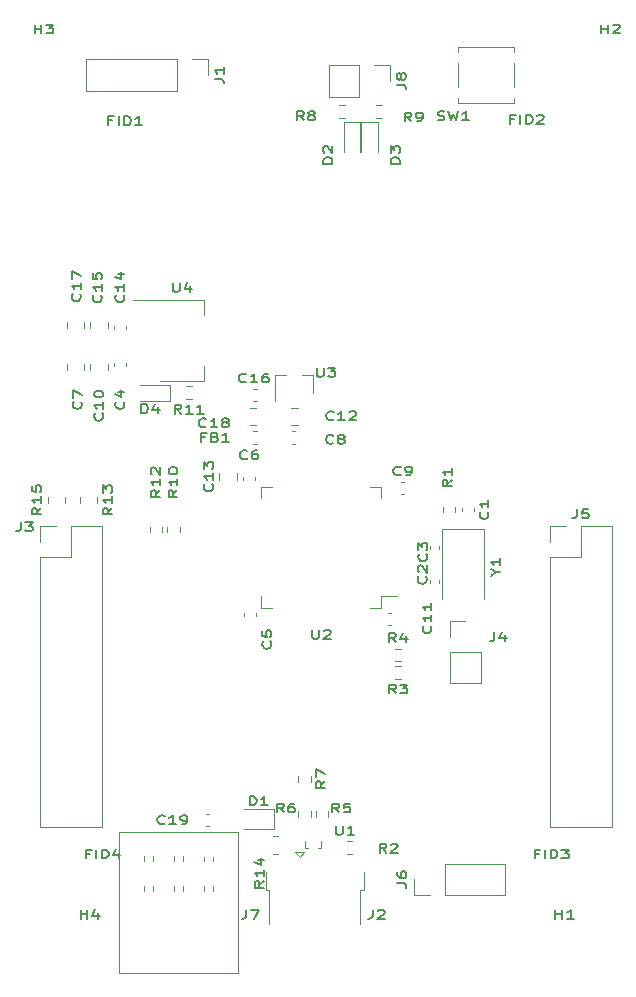
<source format=gbr>
%TF.GenerationSoftware,KiCad,Pcbnew,(5.1.9)-1*%
%TF.CreationDate,2021-05-10T15:41:27+02:00*%
%TF.ProjectId,STM32_Launchpad_v1r1,53544d33-325f-44c6-9175-6e6368706164,rev?*%
%TF.SameCoordinates,Original*%
%TF.FileFunction,Legend,Top*%
%TF.FilePolarity,Positive*%
%FSLAX46Y46*%
G04 Gerber Fmt 4.6, Leading zero omitted, Abs format (unit mm)*
G04 Created by KiCad (PCBNEW (5.1.9)-1) date 2021-05-10 15:41:27*
%MOMM*%
%LPD*%
G01*
G04 APERTURE LIST*
%ADD10C,0.120000*%
%ADD11C,0.182500*%
G04 APERTURE END LIST*
D10*
%TO.C,U2*%
X92110000Y-102160000D02*
X93450000Y-102160000D01*
X92110000Y-103110000D02*
X92110000Y-102160000D01*
X91160000Y-103110000D02*
X92110000Y-103110000D01*
X81890000Y-103110000D02*
X81890000Y-102160000D01*
X82840000Y-103110000D02*
X81890000Y-103110000D01*
X92110000Y-92890000D02*
X92110000Y-93840000D01*
X91160000Y-92890000D02*
X92110000Y-92890000D01*
X81890000Y-92890000D02*
X81890000Y-93840000D01*
X82840000Y-92890000D02*
X81890000Y-92890000D01*
%TO.C,U4*%
X71100000Y-77090000D02*
X77110000Y-77090000D01*
X73350000Y-83910000D02*
X77110000Y-83910000D01*
X77110000Y-77090000D02*
X77110000Y-78350000D01*
X77110000Y-83910000D02*
X77110000Y-82650000D01*
%TO.C,D1*%
X83000000Y-121850000D02*
X80450000Y-121850000D01*
X83000000Y-120150000D02*
X80450000Y-120150000D01*
X83000000Y-121850000D02*
X83000000Y-120150000D01*
%TO.C,J5*%
X106390000Y-96190000D02*
X107720000Y-96190000D01*
X106390000Y-97520000D02*
X106390000Y-96190000D01*
X108990000Y-96190000D02*
X111590000Y-96190000D01*
X108990000Y-98790000D02*
X108990000Y-96190000D01*
X106390000Y-98790000D02*
X108990000Y-98790000D01*
X111590000Y-96190000D02*
X111590000Y-121710000D01*
X106390000Y-98790000D02*
X106390000Y-121710000D01*
X106390000Y-121710000D02*
X111590000Y-121710000D01*
%TO.C,J8*%
X92830000Y-57170000D02*
X92830000Y-58500000D01*
X91500000Y-57170000D02*
X92830000Y-57170000D01*
X90230000Y-57170000D02*
X90230000Y-59830000D01*
X90230000Y-59830000D02*
X87630000Y-59830000D01*
X90230000Y-57170000D02*
X87630000Y-57170000D01*
X87630000Y-57170000D02*
X87630000Y-59830000D01*
%TO.C,J7*%
X72800000Y-126682929D02*
X72800000Y-127080000D01*
X75340000Y-124142929D02*
X75340000Y-124597071D01*
X72040000Y-124142929D02*
X72040000Y-124597071D01*
X72800000Y-124142929D02*
X72800000Y-124597071D01*
X72040000Y-126682929D02*
X72040000Y-127080000D01*
X74580000Y-124142929D02*
X74580000Y-124597071D01*
X74580000Y-126682929D02*
X74580000Y-127080000D01*
X75340000Y-126682929D02*
X75340000Y-127080000D01*
X77880000Y-126682929D02*
X77880000Y-127080000D01*
X77120000Y-126682929D02*
X77120000Y-127080000D01*
X77120000Y-124210000D02*
X77120000Y-124597071D01*
X77880000Y-124210000D02*
X77880000Y-124597071D01*
X80000000Y-134000000D02*
X69900000Y-134000000D01*
X80000000Y-134000000D02*
X80000000Y-122100000D01*
X80000000Y-122100000D02*
X69900000Y-122100000D01*
X69900000Y-122100000D02*
X69900000Y-134000000D01*
%TO.C,C19*%
X77540580Y-120590000D02*
X77259420Y-120590000D01*
X77540580Y-121610000D02*
X77259420Y-121610000D01*
%TO.C,C5*%
X81510000Y-103559420D02*
X81510000Y-103840580D01*
X80490000Y-103559420D02*
X80490000Y-103840580D01*
%TO.C,SW1*%
X98630000Y-55630000D02*
X103370000Y-55630000D01*
X98630000Y-55630000D02*
X98630000Y-56030000D01*
X103370000Y-55630000D02*
X103370000Y-56030000D01*
X98630000Y-60370000D02*
X98630000Y-59970000D01*
X98630000Y-60370000D02*
X103370000Y-60370000D01*
X103370000Y-60370000D02*
X103370000Y-59970000D01*
X103370000Y-59030000D02*
X103370000Y-56970000D01*
X98630000Y-59030000D02*
X98630000Y-56970000D01*
%TO.C,R13*%
X68035000Y-93772936D02*
X68035000Y-94227064D01*
X66565000Y-93772936D02*
X66565000Y-94227064D01*
%TO.C,R11*%
X76037258Y-85422500D02*
X75562742Y-85422500D01*
X76037258Y-84377500D02*
X75562742Y-84377500D01*
%TO.C,R9*%
X92137258Y-61622500D02*
X91662742Y-61622500D01*
X92137258Y-60577500D02*
X91662742Y-60577500D01*
%TO.C,R8*%
X88537742Y-60577500D02*
X89012258Y-60577500D01*
X88537742Y-61622500D02*
X89012258Y-61622500D01*
%TO.C,R7*%
X85077500Y-117837258D02*
X85077500Y-117362742D01*
X86122500Y-117837258D02*
X86122500Y-117362742D01*
%TO.C,R6*%
X86122500Y-120362742D02*
X86122500Y-120837258D01*
X85077500Y-120362742D02*
X85077500Y-120837258D01*
%TO.C,R5*%
X87622500Y-120337742D02*
X87622500Y-120812258D01*
X86577500Y-120337742D02*
X86577500Y-120812258D01*
%TO.C,R2*%
X89637258Y-123922500D02*
X89162742Y-123922500D01*
X89637258Y-122877500D02*
X89162742Y-122877500D01*
%TO.C,R12*%
X72477500Y-96737258D02*
X72477500Y-96262742D01*
X73522500Y-96737258D02*
X73522500Y-96262742D01*
%TO.C,R10*%
X73977500Y-96737258D02*
X73977500Y-96262742D01*
X75022500Y-96737258D02*
X75022500Y-96262742D01*
%TO.C,R14*%
X82885436Y-122465000D02*
X83339564Y-122465000D01*
X82885436Y-123935000D02*
X83339564Y-123935000D01*
%TO.C,R15*%
X63865000Y-94227064D02*
X63865000Y-93772936D01*
X65335000Y-94227064D02*
X65335000Y-93772936D01*
%TO.C,R4*%
X93262742Y-106577500D02*
X93737258Y-106577500D01*
X93262742Y-107622500D02*
X93737258Y-107622500D01*
%TO.C,R3*%
X93737258Y-109122500D02*
X93262742Y-109122500D01*
X93737258Y-108077500D02*
X93262742Y-108077500D01*
%TO.C,R1*%
X98322500Y-94562742D02*
X98322500Y-95037258D01*
X97277500Y-94562742D02*
X97277500Y-95037258D01*
%TO.C,FB1*%
X81562779Y-89210000D02*
X81237221Y-89210000D01*
X81562779Y-88190000D02*
X81237221Y-88190000D01*
%TO.C,D4*%
X71700000Y-85585000D02*
X74185000Y-85585000D01*
X74185000Y-85585000D02*
X74185000Y-84215000D01*
X74185000Y-84215000D02*
X71700000Y-84215000D01*
%TO.C,D3*%
X91785000Y-64487500D02*
X91785000Y-62002500D01*
X91785000Y-62002500D02*
X90415000Y-62002500D01*
X90415000Y-62002500D02*
X90415000Y-64487500D01*
%TO.C,D2*%
X90285000Y-64487500D02*
X90285000Y-62002500D01*
X90285000Y-62002500D02*
X88915000Y-62002500D01*
X88915000Y-62002500D02*
X88915000Y-64487500D01*
%TO.C,U1*%
X86950000Y-122900000D02*
X86950000Y-123450000D01*
X86950000Y-123450000D02*
X86750000Y-123450000D01*
X85650000Y-122900000D02*
X85650000Y-123450000D01*
X85650000Y-123450000D02*
X85850000Y-123450000D01*
%TO.C,J4*%
X97870000Y-104270000D02*
X99200000Y-104270000D01*
X97870000Y-105600000D02*
X97870000Y-104270000D01*
X97870000Y-106870000D02*
X100530000Y-106870000D01*
X100530000Y-106870000D02*
X100530000Y-109470000D01*
X97870000Y-106870000D02*
X97870000Y-109470000D01*
X97870000Y-109470000D02*
X100530000Y-109470000D01*
%TO.C,J6*%
X94870000Y-127430000D02*
X94870000Y-126100000D01*
X96200000Y-127430000D02*
X94870000Y-127430000D01*
X97470000Y-127430000D02*
X97470000Y-124770000D01*
X97470000Y-124770000D02*
X102610000Y-124770000D01*
X97470000Y-127430000D02*
X102610000Y-127430000D01*
X102610000Y-127430000D02*
X102610000Y-124770000D01*
%TO.C,J1*%
X77410000Y-56670000D02*
X77410000Y-58000000D01*
X76080000Y-56670000D02*
X77410000Y-56670000D01*
X74810000Y-56670000D02*
X74810000Y-59330000D01*
X74810000Y-59330000D02*
X67130000Y-59330000D01*
X74810000Y-56670000D02*
X67130000Y-56670000D01*
X67130000Y-56670000D02*
X67130000Y-59330000D01*
%TO.C,J2*%
X85175000Y-124250000D02*
X84775000Y-123800000D01*
X84775000Y-123800000D02*
X85575000Y-123800000D01*
X85575000Y-123800000D02*
X85175000Y-124250000D01*
X90325000Y-129850000D02*
X90325000Y-127050000D01*
X90325000Y-127050000D02*
X90625000Y-127050000D01*
X90625000Y-127050000D02*
X90625000Y-125500000D01*
X82625000Y-129850000D02*
X82625000Y-127050000D01*
X82325000Y-127050000D02*
X82625000Y-127050000D01*
X82325000Y-127050000D02*
X82325000Y-125500000D01*
%TO.C,Y1*%
X97200000Y-96450000D02*
X97200000Y-102350000D01*
X100800000Y-96450000D02*
X97200000Y-96450000D01*
X100800000Y-102350000D02*
X100800000Y-96450000D01*
%TO.C,U3*%
X86280000Y-83440000D02*
X86280000Y-84900000D01*
X83120000Y-83440000D02*
X83120000Y-85600000D01*
X83120000Y-83440000D02*
X84050000Y-83440000D01*
X86280000Y-83440000D02*
X85350000Y-83440000D01*
%TO.C,J3*%
X63210000Y-96190000D02*
X64540000Y-96190000D01*
X63210000Y-97520000D02*
X63210000Y-96190000D01*
X65810000Y-96190000D02*
X68410000Y-96190000D01*
X65810000Y-98790000D02*
X65810000Y-96190000D01*
X63210000Y-98790000D02*
X65810000Y-98790000D01*
X68410000Y-96190000D02*
X68410000Y-121710000D01*
X63210000Y-98790000D02*
X63210000Y-121710000D01*
X63210000Y-121710000D02*
X68410000Y-121710000D01*
%TO.C,C17*%
X66935000Y-79461252D02*
X66935000Y-78938748D01*
X65465000Y-79461252D02*
X65465000Y-78938748D01*
%TO.C,C18*%
X81461252Y-86165000D02*
X80938748Y-86165000D01*
X81461252Y-87635000D02*
X80938748Y-87635000D01*
%TO.C,C15*%
X68935000Y-79461252D02*
X68935000Y-78938748D01*
X67465000Y-79461252D02*
X67465000Y-78938748D01*
%TO.C,C16*%
X81540580Y-84590000D02*
X81259420Y-84590000D01*
X81540580Y-85610000D02*
X81259420Y-85610000D01*
%TO.C,C14*%
X70510000Y-79515580D02*
X70510000Y-79234420D01*
X69490000Y-79515580D02*
X69490000Y-79234420D01*
%TO.C,C13*%
X79835000Y-92261252D02*
X79835000Y-91738748D01*
X78365000Y-92261252D02*
X78365000Y-91738748D01*
%TO.C,C11*%
X92659420Y-104610000D02*
X92940580Y-104610000D01*
X92659420Y-103590000D02*
X92940580Y-103590000D01*
%TO.C,C12*%
X85011252Y-86165000D02*
X84488748Y-86165000D01*
X85011252Y-87635000D02*
X84488748Y-87635000D01*
%TO.C,C10*%
X67465000Y-82438748D02*
X67465000Y-82961252D01*
X68935000Y-82438748D02*
X68935000Y-82961252D01*
%TO.C,C9*%
X93759420Y-93510000D02*
X94040580Y-93510000D01*
X93759420Y-92490000D02*
X94040580Y-92490000D01*
%TO.C,C8*%
X84815580Y-88190000D02*
X84534420Y-88190000D01*
X84815580Y-89210000D02*
X84534420Y-89210000D01*
%TO.C,C7*%
X65465000Y-82438748D02*
X65465000Y-82961252D01*
X66935000Y-82438748D02*
X66935000Y-82961252D01*
%TO.C,C6*%
X81410000Y-92340580D02*
X81410000Y-92059420D01*
X80390000Y-92340580D02*
X80390000Y-92059420D01*
%TO.C,C4*%
X69490000Y-82359420D02*
X69490000Y-82640580D01*
X70510000Y-82359420D02*
X70510000Y-82640580D01*
%TO.C,C3*%
X96960000Y-98107836D02*
X96960000Y-97892164D01*
X96240000Y-98107836D02*
X96240000Y-97892164D01*
%TO.C,C2*%
X96240000Y-100792164D02*
X96240000Y-101007836D01*
X96960000Y-100792164D02*
X96960000Y-101007836D01*
%TO.C,C1*%
X98890000Y-94659420D02*
X98890000Y-94940580D01*
X99910000Y-94659420D02*
X99910000Y-94940580D01*
%TO.C,U2*%
D11*
X86238095Y-104989285D02*
X86238095Y-105596428D01*
X86285714Y-105667857D01*
X86333333Y-105703571D01*
X86428571Y-105739285D01*
X86619047Y-105739285D01*
X86714285Y-105703571D01*
X86761904Y-105667857D01*
X86809523Y-105596428D01*
X86809523Y-104989285D01*
X87238095Y-105060714D02*
X87285714Y-105025000D01*
X87380952Y-104989285D01*
X87619047Y-104989285D01*
X87714285Y-105025000D01*
X87761904Y-105060714D01*
X87809523Y-105132142D01*
X87809523Y-105203571D01*
X87761904Y-105310714D01*
X87190476Y-105739285D01*
X87809523Y-105739285D01*
%TO.C,U4*%
X74438095Y-75589285D02*
X74438095Y-76196428D01*
X74485714Y-76267857D01*
X74533333Y-76303571D01*
X74628571Y-76339285D01*
X74819047Y-76339285D01*
X74914285Y-76303571D01*
X74961904Y-76267857D01*
X75009523Y-76196428D01*
X75009523Y-75589285D01*
X75914285Y-75839285D02*
X75914285Y-76339285D01*
X75676190Y-75553571D02*
X75438095Y-76089285D01*
X76057142Y-76089285D01*
%TO.C,D1*%
X80961904Y-119839285D02*
X80961904Y-119089285D01*
X81200000Y-119089285D01*
X81342857Y-119125000D01*
X81438095Y-119196428D01*
X81485714Y-119267857D01*
X81533333Y-119410714D01*
X81533333Y-119517857D01*
X81485714Y-119660714D01*
X81438095Y-119732142D01*
X81342857Y-119803571D01*
X81200000Y-119839285D01*
X80961904Y-119839285D01*
X82485714Y-119839285D02*
X81914285Y-119839285D01*
X82200000Y-119839285D02*
X82200000Y-119089285D01*
X82104761Y-119196428D01*
X82009523Y-119267857D01*
X81914285Y-119303571D01*
%TO.C,J5*%
X108656666Y-94779285D02*
X108656666Y-95315000D01*
X108609047Y-95422142D01*
X108513809Y-95493571D01*
X108370952Y-95529285D01*
X108275714Y-95529285D01*
X109609047Y-94779285D02*
X109132857Y-94779285D01*
X109085238Y-95136428D01*
X109132857Y-95100714D01*
X109228095Y-95065000D01*
X109466190Y-95065000D01*
X109561428Y-95100714D01*
X109609047Y-95136428D01*
X109656666Y-95207857D01*
X109656666Y-95386428D01*
X109609047Y-95457857D01*
X109561428Y-95493571D01*
X109466190Y-95529285D01*
X109228095Y-95529285D01*
X109132857Y-95493571D01*
X109085238Y-95457857D01*
%TO.C,J8*%
X93419285Y-58833333D02*
X93955000Y-58833333D01*
X94062142Y-58880952D01*
X94133571Y-58976190D01*
X94169285Y-59119047D01*
X94169285Y-59214285D01*
X93740714Y-58214285D02*
X93705000Y-58309523D01*
X93669285Y-58357142D01*
X93597857Y-58404761D01*
X93562142Y-58404761D01*
X93490714Y-58357142D01*
X93455000Y-58309523D01*
X93419285Y-58214285D01*
X93419285Y-58023809D01*
X93455000Y-57928571D01*
X93490714Y-57880952D01*
X93562142Y-57833333D01*
X93597857Y-57833333D01*
X93669285Y-57880952D01*
X93705000Y-57928571D01*
X93740714Y-58023809D01*
X93740714Y-58214285D01*
X93776428Y-58309523D01*
X93812142Y-58357142D01*
X93883571Y-58404761D01*
X94026428Y-58404761D01*
X94097857Y-58357142D01*
X94133571Y-58309523D01*
X94169285Y-58214285D01*
X94169285Y-58023809D01*
X94133571Y-57928571D01*
X94097857Y-57880952D01*
X94026428Y-57833333D01*
X93883571Y-57833333D01*
X93812142Y-57880952D01*
X93776428Y-57928571D01*
X93740714Y-58023809D01*
%TO.C,J7*%
X80666666Y-128689285D02*
X80666666Y-129225000D01*
X80619047Y-129332142D01*
X80523809Y-129403571D01*
X80380952Y-129439285D01*
X80285714Y-129439285D01*
X81047619Y-128689285D02*
X81714285Y-128689285D01*
X81285714Y-129439285D01*
%TO.C,FID4*%
X67428571Y-123946428D02*
X67095238Y-123946428D01*
X67095238Y-124339285D02*
X67095238Y-123589285D01*
X67571428Y-123589285D01*
X67952380Y-124339285D02*
X67952380Y-123589285D01*
X68428571Y-124339285D02*
X68428571Y-123589285D01*
X68666666Y-123589285D01*
X68809523Y-123625000D01*
X68904761Y-123696428D01*
X68952380Y-123767857D01*
X69000000Y-123910714D01*
X69000000Y-124017857D01*
X68952380Y-124160714D01*
X68904761Y-124232142D01*
X68809523Y-124303571D01*
X68666666Y-124339285D01*
X68428571Y-124339285D01*
X69857142Y-123839285D02*
X69857142Y-124339285D01*
X69619047Y-123553571D02*
X69380952Y-124089285D01*
X70000000Y-124089285D01*
%TO.C,FID3*%
X105428571Y-123946428D02*
X105095238Y-123946428D01*
X105095238Y-124339285D02*
X105095238Y-123589285D01*
X105571428Y-123589285D01*
X105952380Y-124339285D02*
X105952380Y-123589285D01*
X106428571Y-124339285D02*
X106428571Y-123589285D01*
X106666666Y-123589285D01*
X106809523Y-123625000D01*
X106904761Y-123696428D01*
X106952380Y-123767857D01*
X107000000Y-123910714D01*
X107000000Y-124017857D01*
X106952380Y-124160714D01*
X106904761Y-124232142D01*
X106809523Y-124303571D01*
X106666666Y-124339285D01*
X106428571Y-124339285D01*
X107333333Y-123589285D02*
X107952380Y-123589285D01*
X107619047Y-123875000D01*
X107761904Y-123875000D01*
X107857142Y-123910714D01*
X107904761Y-123946428D01*
X107952380Y-124017857D01*
X107952380Y-124196428D01*
X107904761Y-124267857D01*
X107857142Y-124303571D01*
X107761904Y-124339285D01*
X107476190Y-124339285D01*
X107380952Y-124303571D01*
X107333333Y-124267857D01*
%TO.C,FID2*%
X103328571Y-61746428D02*
X102995238Y-61746428D01*
X102995238Y-62139285D02*
X102995238Y-61389285D01*
X103471428Y-61389285D01*
X103852380Y-62139285D02*
X103852380Y-61389285D01*
X104328571Y-62139285D02*
X104328571Y-61389285D01*
X104566666Y-61389285D01*
X104709523Y-61425000D01*
X104804761Y-61496428D01*
X104852380Y-61567857D01*
X104900000Y-61710714D01*
X104900000Y-61817857D01*
X104852380Y-61960714D01*
X104804761Y-62032142D01*
X104709523Y-62103571D01*
X104566666Y-62139285D01*
X104328571Y-62139285D01*
X105280952Y-61460714D02*
X105328571Y-61425000D01*
X105423809Y-61389285D01*
X105661904Y-61389285D01*
X105757142Y-61425000D01*
X105804761Y-61460714D01*
X105852380Y-61532142D01*
X105852380Y-61603571D01*
X105804761Y-61710714D01*
X105233333Y-62139285D01*
X105852380Y-62139285D01*
%TO.C,FID1*%
X69328571Y-61846428D02*
X68995238Y-61846428D01*
X68995238Y-62239285D02*
X68995238Y-61489285D01*
X69471428Y-61489285D01*
X69852380Y-62239285D02*
X69852380Y-61489285D01*
X70328571Y-62239285D02*
X70328571Y-61489285D01*
X70566666Y-61489285D01*
X70709523Y-61525000D01*
X70804761Y-61596428D01*
X70852380Y-61667857D01*
X70900000Y-61810714D01*
X70900000Y-61917857D01*
X70852380Y-62060714D01*
X70804761Y-62132142D01*
X70709523Y-62203571D01*
X70566666Y-62239285D01*
X70328571Y-62239285D01*
X71852380Y-62239285D02*
X71280952Y-62239285D01*
X71566666Y-62239285D02*
X71566666Y-61489285D01*
X71471428Y-61596428D01*
X71376190Y-61667857D01*
X71280952Y-61703571D01*
%TO.C,C19*%
X73757142Y-121367857D02*
X73709523Y-121403571D01*
X73566666Y-121439285D01*
X73471428Y-121439285D01*
X73328571Y-121403571D01*
X73233333Y-121332142D01*
X73185714Y-121260714D01*
X73138095Y-121117857D01*
X73138095Y-121010714D01*
X73185714Y-120867857D01*
X73233333Y-120796428D01*
X73328571Y-120725000D01*
X73471428Y-120689285D01*
X73566666Y-120689285D01*
X73709523Y-120725000D01*
X73757142Y-120760714D01*
X74709523Y-121439285D02*
X74138095Y-121439285D01*
X74423809Y-121439285D02*
X74423809Y-120689285D01*
X74328571Y-120796428D01*
X74233333Y-120867857D01*
X74138095Y-120903571D01*
X75185714Y-121439285D02*
X75376190Y-121439285D01*
X75471428Y-121403571D01*
X75519047Y-121367857D01*
X75614285Y-121260714D01*
X75661904Y-121117857D01*
X75661904Y-120832142D01*
X75614285Y-120760714D01*
X75566666Y-120725000D01*
X75471428Y-120689285D01*
X75280952Y-120689285D01*
X75185714Y-120725000D01*
X75138095Y-120760714D01*
X75090476Y-120832142D01*
X75090476Y-121010714D01*
X75138095Y-121082142D01*
X75185714Y-121117857D01*
X75280952Y-121153571D01*
X75471428Y-121153571D01*
X75566666Y-121117857D01*
X75614285Y-121082142D01*
X75661904Y-121010714D01*
%TO.C,C5*%
X82697857Y-105966666D02*
X82733571Y-106014285D01*
X82769285Y-106157142D01*
X82769285Y-106252380D01*
X82733571Y-106395238D01*
X82662142Y-106490476D01*
X82590714Y-106538095D01*
X82447857Y-106585714D01*
X82340714Y-106585714D01*
X82197857Y-106538095D01*
X82126428Y-106490476D01*
X82055000Y-106395238D01*
X82019285Y-106252380D01*
X82019285Y-106157142D01*
X82055000Y-106014285D01*
X82090714Y-105966666D01*
X82019285Y-105061904D02*
X82019285Y-105538095D01*
X82376428Y-105585714D01*
X82340714Y-105538095D01*
X82305000Y-105442857D01*
X82305000Y-105204761D01*
X82340714Y-105109523D01*
X82376428Y-105061904D01*
X82447857Y-105014285D01*
X82626428Y-105014285D01*
X82697857Y-105061904D01*
X82733571Y-105109523D01*
X82769285Y-105204761D01*
X82769285Y-105442857D01*
X82733571Y-105538095D01*
X82697857Y-105585714D01*
%TO.C,SW1*%
X96866666Y-61803571D02*
X97009523Y-61839285D01*
X97247619Y-61839285D01*
X97342857Y-61803571D01*
X97390476Y-61767857D01*
X97438095Y-61696428D01*
X97438095Y-61625000D01*
X97390476Y-61553571D01*
X97342857Y-61517857D01*
X97247619Y-61482142D01*
X97057142Y-61446428D01*
X96961904Y-61410714D01*
X96914285Y-61375000D01*
X96866666Y-61303571D01*
X96866666Y-61232142D01*
X96914285Y-61160714D01*
X96961904Y-61125000D01*
X97057142Y-61089285D01*
X97295238Y-61089285D01*
X97438095Y-61125000D01*
X97771428Y-61089285D02*
X98009523Y-61839285D01*
X98200000Y-61303571D01*
X98390476Y-61839285D01*
X98628571Y-61089285D01*
X99533333Y-61839285D02*
X98961904Y-61839285D01*
X99247619Y-61839285D02*
X99247619Y-61089285D01*
X99152380Y-61196428D01*
X99057142Y-61267857D01*
X98961904Y-61303571D01*
%TO.C,R13*%
X69289285Y-94642857D02*
X68932142Y-94976190D01*
X69289285Y-95214285D02*
X68539285Y-95214285D01*
X68539285Y-94833333D01*
X68575000Y-94738095D01*
X68610714Y-94690476D01*
X68682142Y-94642857D01*
X68789285Y-94642857D01*
X68860714Y-94690476D01*
X68896428Y-94738095D01*
X68932142Y-94833333D01*
X68932142Y-95214285D01*
X69289285Y-93690476D02*
X69289285Y-94261904D01*
X69289285Y-93976190D02*
X68539285Y-93976190D01*
X68646428Y-94071428D01*
X68717857Y-94166666D01*
X68753571Y-94261904D01*
X68539285Y-93357142D02*
X68539285Y-92738095D01*
X68825000Y-93071428D01*
X68825000Y-92928571D01*
X68860714Y-92833333D01*
X68896428Y-92785714D01*
X68967857Y-92738095D01*
X69146428Y-92738095D01*
X69217857Y-92785714D01*
X69253571Y-92833333D01*
X69289285Y-92928571D01*
X69289285Y-93214285D01*
X69253571Y-93309523D01*
X69217857Y-93357142D01*
%TO.C,R11*%
X75157142Y-86669285D02*
X74823809Y-86312142D01*
X74585714Y-86669285D02*
X74585714Y-85919285D01*
X74966666Y-85919285D01*
X75061904Y-85955000D01*
X75109523Y-85990714D01*
X75157142Y-86062142D01*
X75157142Y-86169285D01*
X75109523Y-86240714D01*
X75061904Y-86276428D01*
X74966666Y-86312142D01*
X74585714Y-86312142D01*
X76109523Y-86669285D02*
X75538095Y-86669285D01*
X75823809Y-86669285D02*
X75823809Y-85919285D01*
X75728571Y-86026428D01*
X75633333Y-86097857D01*
X75538095Y-86133571D01*
X77061904Y-86669285D02*
X76490476Y-86669285D01*
X76776190Y-86669285D02*
X76776190Y-85919285D01*
X76680952Y-86026428D01*
X76585714Y-86097857D01*
X76490476Y-86133571D01*
%TO.C,R9*%
X94633333Y-61939285D02*
X94300000Y-61582142D01*
X94061904Y-61939285D02*
X94061904Y-61189285D01*
X94442857Y-61189285D01*
X94538095Y-61225000D01*
X94585714Y-61260714D01*
X94633333Y-61332142D01*
X94633333Y-61439285D01*
X94585714Y-61510714D01*
X94538095Y-61546428D01*
X94442857Y-61582142D01*
X94061904Y-61582142D01*
X95109523Y-61939285D02*
X95300000Y-61939285D01*
X95395238Y-61903571D01*
X95442857Y-61867857D01*
X95538095Y-61760714D01*
X95585714Y-61617857D01*
X95585714Y-61332142D01*
X95538095Y-61260714D01*
X95490476Y-61225000D01*
X95395238Y-61189285D01*
X95204761Y-61189285D01*
X95109523Y-61225000D01*
X95061904Y-61260714D01*
X95014285Y-61332142D01*
X95014285Y-61510714D01*
X95061904Y-61582142D01*
X95109523Y-61617857D01*
X95204761Y-61653571D01*
X95395238Y-61653571D01*
X95490476Y-61617857D01*
X95538095Y-61582142D01*
X95585714Y-61510714D01*
%TO.C,R8*%
X85533333Y-61839285D02*
X85200000Y-61482142D01*
X84961904Y-61839285D02*
X84961904Y-61089285D01*
X85342857Y-61089285D01*
X85438095Y-61125000D01*
X85485714Y-61160714D01*
X85533333Y-61232142D01*
X85533333Y-61339285D01*
X85485714Y-61410714D01*
X85438095Y-61446428D01*
X85342857Y-61482142D01*
X84961904Y-61482142D01*
X86104761Y-61410714D02*
X86009523Y-61375000D01*
X85961904Y-61339285D01*
X85914285Y-61267857D01*
X85914285Y-61232142D01*
X85961904Y-61160714D01*
X86009523Y-61125000D01*
X86104761Y-61089285D01*
X86295238Y-61089285D01*
X86390476Y-61125000D01*
X86438095Y-61160714D01*
X86485714Y-61232142D01*
X86485714Y-61267857D01*
X86438095Y-61339285D01*
X86390476Y-61375000D01*
X86295238Y-61410714D01*
X86104761Y-61410714D01*
X86009523Y-61446428D01*
X85961904Y-61482142D01*
X85914285Y-61553571D01*
X85914285Y-61696428D01*
X85961904Y-61767857D01*
X86009523Y-61803571D01*
X86104761Y-61839285D01*
X86295238Y-61839285D01*
X86390476Y-61803571D01*
X86438095Y-61767857D01*
X86485714Y-61696428D01*
X86485714Y-61553571D01*
X86438095Y-61482142D01*
X86390476Y-61446428D01*
X86295238Y-61410714D01*
%TO.C,R7*%
X87339285Y-117766666D02*
X86982142Y-118100000D01*
X87339285Y-118338095D02*
X86589285Y-118338095D01*
X86589285Y-117957142D01*
X86625000Y-117861904D01*
X86660714Y-117814285D01*
X86732142Y-117766666D01*
X86839285Y-117766666D01*
X86910714Y-117814285D01*
X86946428Y-117861904D01*
X86982142Y-117957142D01*
X86982142Y-118338095D01*
X86589285Y-117433333D02*
X86589285Y-116766666D01*
X87339285Y-117195238D01*
%TO.C,R6*%
X83833333Y-120439285D02*
X83500000Y-120082142D01*
X83261904Y-120439285D02*
X83261904Y-119689285D01*
X83642857Y-119689285D01*
X83738095Y-119725000D01*
X83785714Y-119760714D01*
X83833333Y-119832142D01*
X83833333Y-119939285D01*
X83785714Y-120010714D01*
X83738095Y-120046428D01*
X83642857Y-120082142D01*
X83261904Y-120082142D01*
X84690476Y-119689285D02*
X84500000Y-119689285D01*
X84404761Y-119725000D01*
X84357142Y-119760714D01*
X84261904Y-119867857D01*
X84214285Y-120010714D01*
X84214285Y-120296428D01*
X84261904Y-120367857D01*
X84309523Y-120403571D01*
X84404761Y-120439285D01*
X84595238Y-120439285D01*
X84690476Y-120403571D01*
X84738095Y-120367857D01*
X84785714Y-120296428D01*
X84785714Y-120117857D01*
X84738095Y-120046428D01*
X84690476Y-120010714D01*
X84595238Y-119975000D01*
X84404761Y-119975000D01*
X84309523Y-120010714D01*
X84261904Y-120046428D01*
X84214285Y-120117857D01*
%TO.C,R5*%
X88533333Y-120439285D02*
X88200000Y-120082142D01*
X87961904Y-120439285D02*
X87961904Y-119689285D01*
X88342857Y-119689285D01*
X88438095Y-119725000D01*
X88485714Y-119760714D01*
X88533333Y-119832142D01*
X88533333Y-119939285D01*
X88485714Y-120010714D01*
X88438095Y-120046428D01*
X88342857Y-120082142D01*
X87961904Y-120082142D01*
X89438095Y-119689285D02*
X88961904Y-119689285D01*
X88914285Y-120046428D01*
X88961904Y-120010714D01*
X89057142Y-119975000D01*
X89295238Y-119975000D01*
X89390476Y-120010714D01*
X89438095Y-120046428D01*
X89485714Y-120117857D01*
X89485714Y-120296428D01*
X89438095Y-120367857D01*
X89390476Y-120403571D01*
X89295238Y-120439285D01*
X89057142Y-120439285D01*
X88961904Y-120403571D01*
X88914285Y-120367857D01*
%TO.C,R2*%
X92533333Y-123839285D02*
X92200000Y-123482142D01*
X91961904Y-123839285D02*
X91961904Y-123089285D01*
X92342857Y-123089285D01*
X92438095Y-123125000D01*
X92485714Y-123160714D01*
X92533333Y-123232142D01*
X92533333Y-123339285D01*
X92485714Y-123410714D01*
X92438095Y-123446428D01*
X92342857Y-123482142D01*
X91961904Y-123482142D01*
X92914285Y-123160714D02*
X92961904Y-123125000D01*
X93057142Y-123089285D01*
X93295238Y-123089285D01*
X93390476Y-123125000D01*
X93438095Y-123160714D01*
X93485714Y-123232142D01*
X93485714Y-123303571D01*
X93438095Y-123410714D01*
X92866666Y-123839285D01*
X93485714Y-123839285D01*
%TO.C,R12*%
X73339285Y-93142857D02*
X72982142Y-93476190D01*
X73339285Y-93714285D02*
X72589285Y-93714285D01*
X72589285Y-93333333D01*
X72625000Y-93238095D01*
X72660714Y-93190476D01*
X72732142Y-93142857D01*
X72839285Y-93142857D01*
X72910714Y-93190476D01*
X72946428Y-93238095D01*
X72982142Y-93333333D01*
X72982142Y-93714285D01*
X73339285Y-92190476D02*
X73339285Y-92761904D01*
X73339285Y-92476190D02*
X72589285Y-92476190D01*
X72696428Y-92571428D01*
X72767857Y-92666666D01*
X72803571Y-92761904D01*
X72660714Y-91809523D02*
X72625000Y-91761904D01*
X72589285Y-91666666D01*
X72589285Y-91428571D01*
X72625000Y-91333333D01*
X72660714Y-91285714D01*
X72732142Y-91238095D01*
X72803571Y-91238095D01*
X72910714Y-91285714D01*
X73339285Y-91857142D01*
X73339285Y-91238095D01*
%TO.C,R10*%
X74839285Y-93142857D02*
X74482142Y-93476190D01*
X74839285Y-93714285D02*
X74089285Y-93714285D01*
X74089285Y-93333333D01*
X74125000Y-93238095D01*
X74160714Y-93190476D01*
X74232142Y-93142857D01*
X74339285Y-93142857D01*
X74410714Y-93190476D01*
X74446428Y-93238095D01*
X74482142Y-93333333D01*
X74482142Y-93714285D01*
X74839285Y-92190476D02*
X74839285Y-92761904D01*
X74839285Y-92476190D02*
X74089285Y-92476190D01*
X74196428Y-92571428D01*
X74267857Y-92666666D01*
X74303571Y-92761904D01*
X74089285Y-91571428D02*
X74089285Y-91476190D01*
X74125000Y-91380952D01*
X74160714Y-91333333D01*
X74232142Y-91285714D01*
X74375000Y-91238095D01*
X74553571Y-91238095D01*
X74696428Y-91285714D01*
X74767857Y-91333333D01*
X74803571Y-91380952D01*
X74839285Y-91476190D01*
X74839285Y-91571428D01*
X74803571Y-91666666D01*
X74767857Y-91714285D01*
X74696428Y-91761904D01*
X74553571Y-91809523D01*
X74375000Y-91809523D01*
X74232142Y-91761904D01*
X74160714Y-91714285D01*
X74125000Y-91666666D01*
X74089285Y-91571428D01*
%TO.C,R14*%
X82139285Y-126242857D02*
X81782142Y-126576190D01*
X82139285Y-126814285D02*
X81389285Y-126814285D01*
X81389285Y-126433333D01*
X81425000Y-126338095D01*
X81460714Y-126290476D01*
X81532142Y-126242857D01*
X81639285Y-126242857D01*
X81710714Y-126290476D01*
X81746428Y-126338095D01*
X81782142Y-126433333D01*
X81782142Y-126814285D01*
X82139285Y-125290476D02*
X82139285Y-125861904D01*
X82139285Y-125576190D02*
X81389285Y-125576190D01*
X81496428Y-125671428D01*
X81567857Y-125766666D01*
X81603571Y-125861904D01*
X81639285Y-124433333D02*
X82139285Y-124433333D01*
X81353571Y-124671428D02*
X81889285Y-124909523D01*
X81889285Y-124290476D01*
%TO.C,R15*%
X63289285Y-94642857D02*
X62932142Y-94976190D01*
X63289285Y-95214285D02*
X62539285Y-95214285D01*
X62539285Y-94833333D01*
X62575000Y-94738095D01*
X62610714Y-94690476D01*
X62682142Y-94642857D01*
X62789285Y-94642857D01*
X62860714Y-94690476D01*
X62896428Y-94738095D01*
X62932142Y-94833333D01*
X62932142Y-95214285D01*
X63289285Y-93690476D02*
X63289285Y-94261904D01*
X63289285Y-93976190D02*
X62539285Y-93976190D01*
X62646428Y-94071428D01*
X62717857Y-94166666D01*
X62753571Y-94261904D01*
X62539285Y-92785714D02*
X62539285Y-93261904D01*
X62896428Y-93309523D01*
X62860714Y-93261904D01*
X62825000Y-93166666D01*
X62825000Y-92928571D01*
X62860714Y-92833333D01*
X62896428Y-92785714D01*
X62967857Y-92738095D01*
X63146428Y-92738095D01*
X63217857Y-92785714D01*
X63253571Y-92833333D01*
X63289285Y-92928571D01*
X63289285Y-93166666D01*
X63253571Y-93261904D01*
X63217857Y-93309523D01*
%TO.C,R4*%
X93333333Y-106009285D02*
X93000000Y-105652142D01*
X92761904Y-106009285D02*
X92761904Y-105259285D01*
X93142857Y-105259285D01*
X93238095Y-105295000D01*
X93285714Y-105330714D01*
X93333333Y-105402142D01*
X93333333Y-105509285D01*
X93285714Y-105580714D01*
X93238095Y-105616428D01*
X93142857Y-105652142D01*
X92761904Y-105652142D01*
X94190476Y-105509285D02*
X94190476Y-106009285D01*
X93952380Y-105223571D02*
X93714285Y-105759285D01*
X94333333Y-105759285D01*
%TO.C,R3*%
X93333333Y-110369285D02*
X93000000Y-110012142D01*
X92761904Y-110369285D02*
X92761904Y-109619285D01*
X93142857Y-109619285D01*
X93238095Y-109655000D01*
X93285714Y-109690714D01*
X93333333Y-109762142D01*
X93333333Y-109869285D01*
X93285714Y-109940714D01*
X93238095Y-109976428D01*
X93142857Y-110012142D01*
X92761904Y-110012142D01*
X93666666Y-109619285D02*
X94285714Y-109619285D01*
X93952380Y-109905000D01*
X94095238Y-109905000D01*
X94190476Y-109940714D01*
X94238095Y-109976428D01*
X94285714Y-110047857D01*
X94285714Y-110226428D01*
X94238095Y-110297857D01*
X94190476Y-110333571D01*
X94095238Y-110369285D01*
X93809523Y-110369285D01*
X93714285Y-110333571D01*
X93666666Y-110297857D01*
%TO.C,R1*%
X98039285Y-92266666D02*
X97682142Y-92600000D01*
X98039285Y-92838095D02*
X97289285Y-92838095D01*
X97289285Y-92457142D01*
X97325000Y-92361904D01*
X97360714Y-92314285D01*
X97432142Y-92266666D01*
X97539285Y-92266666D01*
X97610714Y-92314285D01*
X97646428Y-92361904D01*
X97682142Y-92457142D01*
X97682142Y-92838095D01*
X98039285Y-91314285D02*
X98039285Y-91885714D01*
X98039285Y-91600000D02*
X97289285Y-91600000D01*
X97396428Y-91695238D01*
X97467857Y-91790476D01*
X97503571Y-91885714D01*
%TO.C,FB1*%
X77166666Y-88646428D02*
X76833333Y-88646428D01*
X76833333Y-89039285D02*
X76833333Y-88289285D01*
X77309523Y-88289285D01*
X78023809Y-88646428D02*
X78166666Y-88682142D01*
X78214285Y-88717857D01*
X78261904Y-88789285D01*
X78261904Y-88896428D01*
X78214285Y-88967857D01*
X78166666Y-89003571D01*
X78071428Y-89039285D01*
X77690476Y-89039285D01*
X77690476Y-88289285D01*
X78023809Y-88289285D01*
X78119047Y-88325000D01*
X78166666Y-88360714D01*
X78214285Y-88432142D01*
X78214285Y-88503571D01*
X78166666Y-88575000D01*
X78119047Y-88610714D01*
X78023809Y-88646428D01*
X77690476Y-88646428D01*
X79214285Y-89039285D02*
X78642857Y-89039285D01*
X78928571Y-89039285D02*
X78928571Y-88289285D01*
X78833333Y-88396428D01*
X78738095Y-88467857D01*
X78642857Y-88503571D01*
%TO.C,D4*%
X71761904Y-86619285D02*
X71761904Y-85869285D01*
X72000000Y-85869285D01*
X72142857Y-85905000D01*
X72238095Y-85976428D01*
X72285714Y-86047857D01*
X72333333Y-86190714D01*
X72333333Y-86297857D01*
X72285714Y-86440714D01*
X72238095Y-86512142D01*
X72142857Y-86583571D01*
X72000000Y-86619285D01*
X71761904Y-86619285D01*
X73190476Y-86119285D02*
X73190476Y-86619285D01*
X72952380Y-85833571D02*
X72714285Y-86369285D01*
X73333333Y-86369285D01*
%TO.C,D3*%
X93639285Y-65538095D02*
X92889285Y-65538095D01*
X92889285Y-65300000D01*
X92925000Y-65157142D01*
X92996428Y-65061904D01*
X93067857Y-65014285D01*
X93210714Y-64966666D01*
X93317857Y-64966666D01*
X93460714Y-65014285D01*
X93532142Y-65061904D01*
X93603571Y-65157142D01*
X93639285Y-65300000D01*
X93639285Y-65538095D01*
X92889285Y-64633333D02*
X92889285Y-64014285D01*
X93175000Y-64347619D01*
X93175000Y-64204761D01*
X93210714Y-64109523D01*
X93246428Y-64061904D01*
X93317857Y-64014285D01*
X93496428Y-64014285D01*
X93567857Y-64061904D01*
X93603571Y-64109523D01*
X93639285Y-64204761D01*
X93639285Y-64490476D01*
X93603571Y-64585714D01*
X93567857Y-64633333D01*
%TO.C,D2*%
X87939285Y-65538095D02*
X87189285Y-65538095D01*
X87189285Y-65300000D01*
X87225000Y-65157142D01*
X87296428Y-65061904D01*
X87367857Y-65014285D01*
X87510714Y-64966666D01*
X87617857Y-64966666D01*
X87760714Y-65014285D01*
X87832142Y-65061904D01*
X87903571Y-65157142D01*
X87939285Y-65300000D01*
X87939285Y-65538095D01*
X87260714Y-64585714D02*
X87225000Y-64538095D01*
X87189285Y-64442857D01*
X87189285Y-64204761D01*
X87225000Y-64109523D01*
X87260714Y-64061904D01*
X87332142Y-64014285D01*
X87403571Y-64014285D01*
X87510714Y-64061904D01*
X87939285Y-64633333D01*
X87939285Y-64014285D01*
%TO.C,U1*%
X88238095Y-121589285D02*
X88238095Y-122196428D01*
X88285714Y-122267857D01*
X88333333Y-122303571D01*
X88428571Y-122339285D01*
X88619047Y-122339285D01*
X88714285Y-122303571D01*
X88761904Y-122267857D01*
X88809523Y-122196428D01*
X88809523Y-121589285D01*
X89809523Y-122339285D02*
X89238095Y-122339285D01*
X89523809Y-122339285D02*
X89523809Y-121589285D01*
X89428571Y-121696428D01*
X89333333Y-121767857D01*
X89238095Y-121803571D01*
%TO.C,J4*%
X101666666Y-105189285D02*
X101666666Y-105725000D01*
X101619047Y-105832142D01*
X101523809Y-105903571D01*
X101380952Y-105939285D01*
X101285714Y-105939285D01*
X102571428Y-105439285D02*
X102571428Y-105939285D01*
X102333333Y-105153571D02*
X102095238Y-105689285D01*
X102714285Y-105689285D01*
%TO.C,J6*%
X93459285Y-126433333D02*
X93995000Y-126433333D01*
X94102142Y-126480952D01*
X94173571Y-126576190D01*
X94209285Y-126719047D01*
X94209285Y-126814285D01*
X93459285Y-125528571D02*
X93459285Y-125719047D01*
X93495000Y-125814285D01*
X93530714Y-125861904D01*
X93637857Y-125957142D01*
X93780714Y-126004761D01*
X94066428Y-126004761D01*
X94137857Y-125957142D01*
X94173571Y-125909523D01*
X94209285Y-125814285D01*
X94209285Y-125623809D01*
X94173571Y-125528571D01*
X94137857Y-125480952D01*
X94066428Y-125433333D01*
X93887857Y-125433333D01*
X93816428Y-125480952D01*
X93780714Y-125528571D01*
X93745000Y-125623809D01*
X93745000Y-125814285D01*
X93780714Y-125909523D01*
X93816428Y-125957142D01*
X93887857Y-126004761D01*
%TO.C,J1*%
X77999285Y-58333333D02*
X78535000Y-58333333D01*
X78642142Y-58380952D01*
X78713571Y-58476190D01*
X78749285Y-58619047D01*
X78749285Y-58714285D01*
X78749285Y-57333333D02*
X78749285Y-57904761D01*
X78749285Y-57619047D02*
X77999285Y-57619047D01*
X78106428Y-57714285D01*
X78177857Y-57809523D01*
X78213571Y-57904761D01*
%TO.C,J2*%
X91366666Y-128689285D02*
X91366666Y-129225000D01*
X91319047Y-129332142D01*
X91223809Y-129403571D01*
X91080952Y-129439285D01*
X90985714Y-129439285D01*
X91795238Y-128760714D02*
X91842857Y-128725000D01*
X91938095Y-128689285D01*
X92176190Y-128689285D01*
X92271428Y-128725000D01*
X92319047Y-128760714D01*
X92366666Y-128832142D01*
X92366666Y-128903571D01*
X92319047Y-129010714D01*
X91747619Y-129439285D01*
X92366666Y-129439285D01*
%TO.C,H4*%
X66638095Y-129439285D02*
X66638095Y-128689285D01*
X66638095Y-129046428D02*
X67209523Y-129046428D01*
X67209523Y-129439285D02*
X67209523Y-128689285D01*
X68114285Y-128939285D02*
X68114285Y-129439285D01*
X67876190Y-128653571D02*
X67638095Y-129189285D01*
X68257142Y-129189285D01*
%TO.C,H3*%
X62738095Y-54489285D02*
X62738095Y-53739285D01*
X62738095Y-54096428D02*
X63309523Y-54096428D01*
X63309523Y-54489285D02*
X63309523Y-53739285D01*
X63690476Y-53739285D02*
X64309523Y-53739285D01*
X63976190Y-54025000D01*
X64119047Y-54025000D01*
X64214285Y-54060714D01*
X64261904Y-54096428D01*
X64309523Y-54167857D01*
X64309523Y-54346428D01*
X64261904Y-54417857D01*
X64214285Y-54453571D01*
X64119047Y-54489285D01*
X63833333Y-54489285D01*
X63738095Y-54453571D01*
X63690476Y-54417857D01*
%TO.C,H2*%
X110738095Y-54489285D02*
X110738095Y-53739285D01*
X110738095Y-54096428D02*
X111309523Y-54096428D01*
X111309523Y-54489285D02*
X111309523Y-53739285D01*
X111738095Y-53810714D02*
X111785714Y-53775000D01*
X111880952Y-53739285D01*
X112119047Y-53739285D01*
X112214285Y-53775000D01*
X112261904Y-53810714D01*
X112309523Y-53882142D01*
X112309523Y-53953571D01*
X112261904Y-54060714D01*
X111690476Y-54489285D01*
X112309523Y-54489285D01*
%TO.C,H1*%
X106838095Y-129439285D02*
X106838095Y-128689285D01*
X106838095Y-129046428D02*
X107409523Y-129046428D01*
X107409523Y-129439285D02*
X107409523Y-128689285D01*
X108409523Y-129439285D02*
X107838095Y-129439285D01*
X108123809Y-129439285D02*
X108123809Y-128689285D01*
X108028571Y-128796428D01*
X107933333Y-128867857D01*
X107838095Y-128903571D01*
%TO.C,Y1*%
X101782142Y-100126190D02*
X102139285Y-100126190D01*
X101389285Y-100459523D02*
X101782142Y-100126190D01*
X101389285Y-99792857D01*
X102139285Y-98935714D02*
X102139285Y-99507142D01*
X102139285Y-99221428D02*
X101389285Y-99221428D01*
X101496428Y-99316666D01*
X101567857Y-99411904D01*
X101603571Y-99507142D01*
%TO.C,U3*%
X86638095Y-82789285D02*
X86638095Y-83396428D01*
X86685714Y-83467857D01*
X86733333Y-83503571D01*
X86828571Y-83539285D01*
X87019047Y-83539285D01*
X87114285Y-83503571D01*
X87161904Y-83467857D01*
X87209523Y-83396428D01*
X87209523Y-82789285D01*
X87590476Y-82789285D02*
X88209523Y-82789285D01*
X87876190Y-83075000D01*
X88019047Y-83075000D01*
X88114285Y-83110714D01*
X88161904Y-83146428D01*
X88209523Y-83217857D01*
X88209523Y-83396428D01*
X88161904Y-83467857D01*
X88114285Y-83503571D01*
X88019047Y-83539285D01*
X87733333Y-83539285D01*
X87638095Y-83503571D01*
X87590476Y-83467857D01*
%TO.C,J3*%
X61566666Y-95889285D02*
X61566666Y-96425000D01*
X61519047Y-96532142D01*
X61423809Y-96603571D01*
X61280952Y-96639285D01*
X61185714Y-96639285D01*
X61947619Y-95889285D02*
X62566666Y-95889285D01*
X62233333Y-96175000D01*
X62376190Y-96175000D01*
X62471428Y-96210714D01*
X62519047Y-96246428D01*
X62566666Y-96317857D01*
X62566666Y-96496428D01*
X62519047Y-96567857D01*
X62471428Y-96603571D01*
X62376190Y-96639285D01*
X62090476Y-96639285D01*
X61995238Y-96603571D01*
X61947619Y-96567857D01*
%TO.C,C17*%
X66567857Y-76542857D02*
X66603571Y-76590476D01*
X66639285Y-76733333D01*
X66639285Y-76828571D01*
X66603571Y-76971428D01*
X66532142Y-77066666D01*
X66460714Y-77114285D01*
X66317857Y-77161904D01*
X66210714Y-77161904D01*
X66067857Y-77114285D01*
X65996428Y-77066666D01*
X65925000Y-76971428D01*
X65889285Y-76828571D01*
X65889285Y-76733333D01*
X65925000Y-76590476D01*
X65960714Y-76542857D01*
X66639285Y-75590476D02*
X66639285Y-76161904D01*
X66639285Y-75876190D02*
X65889285Y-75876190D01*
X65996428Y-75971428D01*
X66067857Y-76066666D01*
X66103571Y-76161904D01*
X65889285Y-75257142D02*
X65889285Y-74590476D01*
X66639285Y-75019047D01*
%TO.C,C18*%
X77257142Y-87767857D02*
X77209523Y-87803571D01*
X77066666Y-87839285D01*
X76971428Y-87839285D01*
X76828571Y-87803571D01*
X76733333Y-87732142D01*
X76685714Y-87660714D01*
X76638095Y-87517857D01*
X76638095Y-87410714D01*
X76685714Y-87267857D01*
X76733333Y-87196428D01*
X76828571Y-87125000D01*
X76971428Y-87089285D01*
X77066666Y-87089285D01*
X77209523Y-87125000D01*
X77257142Y-87160714D01*
X78209523Y-87839285D02*
X77638095Y-87839285D01*
X77923809Y-87839285D02*
X77923809Y-87089285D01*
X77828571Y-87196428D01*
X77733333Y-87267857D01*
X77638095Y-87303571D01*
X78780952Y-87410714D02*
X78685714Y-87375000D01*
X78638095Y-87339285D01*
X78590476Y-87267857D01*
X78590476Y-87232142D01*
X78638095Y-87160714D01*
X78685714Y-87125000D01*
X78780952Y-87089285D01*
X78971428Y-87089285D01*
X79066666Y-87125000D01*
X79114285Y-87160714D01*
X79161904Y-87232142D01*
X79161904Y-87267857D01*
X79114285Y-87339285D01*
X79066666Y-87375000D01*
X78971428Y-87410714D01*
X78780952Y-87410714D01*
X78685714Y-87446428D01*
X78638095Y-87482142D01*
X78590476Y-87553571D01*
X78590476Y-87696428D01*
X78638095Y-87767857D01*
X78685714Y-87803571D01*
X78780952Y-87839285D01*
X78971428Y-87839285D01*
X79066666Y-87803571D01*
X79114285Y-87767857D01*
X79161904Y-87696428D01*
X79161904Y-87553571D01*
X79114285Y-87482142D01*
X79066666Y-87446428D01*
X78971428Y-87410714D01*
%TO.C,C15*%
X68367857Y-76642857D02*
X68403571Y-76690476D01*
X68439285Y-76833333D01*
X68439285Y-76928571D01*
X68403571Y-77071428D01*
X68332142Y-77166666D01*
X68260714Y-77214285D01*
X68117857Y-77261904D01*
X68010714Y-77261904D01*
X67867857Y-77214285D01*
X67796428Y-77166666D01*
X67725000Y-77071428D01*
X67689285Y-76928571D01*
X67689285Y-76833333D01*
X67725000Y-76690476D01*
X67760714Y-76642857D01*
X68439285Y-75690476D02*
X68439285Y-76261904D01*
X68439285Y-75976190D02*
X67689285Y-75976190D01*
X67796428Y-76071428D01*
X67867857Y-76166666D01*
X67903571Y-76261904D01*
X67689285Y-74785714D02*
X67689285Y-75261904D01*
X68046428Y-75309523D01*
X68010714Y-75261904D01*
X67975000Y-75166666D01*
X67975000Y-74928571D01*
X68010714Y-74833333D01*
X68046428Y-74785714D01*
X68117857Y-74738095D01*
X68296428Y-74738095D01*
X68367857Y-74785714D01*
X68403571Y-74833333D01*
X68439285Y-74928571D01*
X68439285Y-75166666D01*
X68403571Y-75261904D01*
X68367857Y-75309523D01*
%TO.C,C16*%
X80657142Y-83967857D02*
X80609523Y-84003571D01*
X80466666Y-84039285D01*
X80371428Y-84039285D01*
X80228571Y-84003571D01*
X80133333Y-83932142D01*
X80085714Y-83860714D01*
X80038095Y-83717857D01*
X80038095Y-83610714D01*
X80085714Y-83467857D01*
X80133333Y-83396428D01*
X80228571Y-83325000D01*
X80371428Y-83289285D01*
X80466666Y-83289285D01*
X80609523Y-83325000D01*
X80657142Y-83360714D01*
X81609523Y-84039285D02*
X81038095Y-84039285D01*
X81323809Y-84039285D02*
X81323809Y-83289285D01*
X81228571Y-83396428D01*
X81133333Y-83467857D01*
X81038095Y-83503571D01*
X82466666Y-83289285D02*
X82276190Y-83289285D01*
X82180952Y-83325000D01*
X82133333Y-83360714D01*
X82038095Y-83467857D01*
X81990476Y-83610714D01*
X81990476Y-83896428D01*
X82038095Y-83967857D01*
X82085714Y-84003571D01*
X82180952Y-84039285D01*
X82371428Y-84039285D01*
X82466666Y-84003571D01*
X82514285Y-83967857D01*
X82561904Y-83896428D01*
X82561904Y-83717857D01*
X82514285Y-83646428D01*
X82466666Y-83610714D01*
X82371428Y-83575000D01*
X82180952Y-83575000D01*
X82085714Y-83610714D01*
X82038095Y-83646428D01*
X81990476Y-83717857D01*
%TO.C,C14*%
X70267857Y-76642857D02*
X70303571Y-76690476D01*
X70339285Y-76833333D01*
X70339285Y-76928571D01*
X70303571Y-77071428D01*
X70232142Y-77166666D01*
X70160714Y-77214285D01*
X70017857Y-77261904D01*
X69910714Y-77261904D01*
X69767857Y-77214285D01*
X69696428Y-77166666D01*
X69625000Y-77071428D01*
X69589285Y-76928571D01*
X69589285Y-76833333D01*
X69625000Y-76690476D01*
X69660714Y-76642857D01*
X70339285Y-75690476D02*
X70339285Y-76261904D01*
X70339285Y-75976190D02*
X69589285Y-75976190D01*
X69696428Y-76071428D01*
X69767857Y-76166666D01*
X69803571Y-76261904D01*
X69839285Y-74833333D02*
X70339285Y-74833333D01*
X69553571Y-75071428D02*
X70089285Y-75309523D01*
X70089285Y-74690476D01*
%TO.C,C13*%
X77767857Y-92642857D02*
X77803571Y-92690476D01*
X77839285Y-92833333D01*
X77839285Y-92928571D01*
X77803571Y-93071428D01*
X77732142Y-93166666D01*
X77660714Y-93214285D01*
X77517857Y-93261904D01*
X77410714Y-93261904D01*
X77267857Y-93214285D01*
X77196428Y-93166666D01*
X77125000Y-93071428D01*
X77089285Y-92928571D01*
X77089285Y-92833333D01*
X77125000Y-92690476D01*
X77160714Y-92642857D01*
X77839285Y-91690476D02*
X77839285Y-92261904D01*
X77839285Y-91976190D02*
X77089285Y-91976190D01*
X77196428Y-92071428D01*
X77267857Y-92166666D01*
X77303571Y-92261904D01*
X77089285Y-91357142D02*
X77089285Y-90738095D01*
X77375000Y-91071428D01*
X77375000Y-90928571D01*
X77410714Y-90833333D01*
X77446428Y-90785714D01*
X77517857Y-90738095D01*
X77696428Y-90738095D01*
X77767857Y-90785714D01*
X77803571Y-90833333D01*
X77839285Y-90928571D01*
X77839285Y-91214285D01*
X77803571Y-91309523D01*
X77767857Y-91357142D01*
%TO.C,C11*%
X96267857Y-104642857D02*
X96303571Y-104690476D01*
X96339285Y-104833333D01*
X96339285Y-104928571D01*
X96303571Y-105071428D01*
X96232142Y-105166666D01*
X96160714Y-105214285D01*
X96017857Y-105261904D01*
X95910714Y-105261904D01*
X95767857Y-105214285D01*
X95696428Y-105166666D01*
X95625000Y-105071428D01*
X95589285Y-104928571D01*
X95589285Y-104833333D01*
X95625000Y-104690476D01*
X95660714Y-104642857D01*
X96339285Y-103690476D02*
X96339285Y-104261904D01*
X96339285Y-103976190D02*
X95589285Y-103976190D01*
X95696428Y-104071428D01*
X95767857Y-104166666D01*
X95803571Y-104261904D01*
X96339285Y-102738095D02*
X96339285Y-103309523D01*
X96339285Y-103023809D02*
X95589285Y-103023809D01*
X95696428Y-103119047D01*
X95767857Y-103214285D01*
X95803571Y-103309523D01*
%TO.C,C12*%
X88057142Y-87167857D02*
X88009523Y-87203571D01*
X87866666Y-87239285D01*
X87771428Y-87239285D01*
X87628571Y-87203571D01*
X87533333Y-87132142D01*
X87485714Y-87060714D01*
X87438095Y-86917857D01*
X87438095Y-86810714D01*
X87485714Y-86667857D01*
X87533333Y-86596428D01*
X87628571Y-86525000D01*
X87771428Y-86489285D01*
X87866666Y-86489285D01*
X88009523Y-86525000D01*
X88057142Y-86560714D01*
X89009523Y-87239285D02*
X88438095Y-87239285D01*
X88723809Y-87239285D02*
X88723809Y-86489285D01*
X88628571Y-86596428D01*
X88533333Y-86667857D01*
X88438095Y-86703571D01*
X89390476Y-86560714D02*
X89438095Y-86525000D01*
X89533333Y-86489285D01*
X89771428Y-86489285D01*
X89866666Y-86525000D01*
X89914285Y-86560714D01*
X89961904Y-86632142D01*
X89961904Y-86703571D01*
X89914285Y-86810714D01*
X89342857Y-87239285D01*
X89961904Y-87239285D01*
%TO.C,C10*%
X68467857Y-86642857D02*
X68503571Y-86690476D01*
X68539285Y-86833333D01*
X68539285Y-86928571D01*
X68503571Y-87071428D01*
X68432142Y-87166666D01*
X68360714Y-87214285D01*
X68217857Y-87261904D01*
X68110714Y-87261904D01*
X67967857Y-87214285D01*
X67896428Y-87166666D01*
X67825000Y-87071428D01*
X67789285Y-86928571D01*
X67789285Y-86833333D01*
X67825000Y-86690476D01*
X67860714Y-86642857D01*
X68539285Y-85690476D02*
X68539285Y-86261904D01*
X68539285Y-85976190D02*
X67789285Y-85976190D01*
X67896428Y-86071428D01*
X67967857Y-86166666D01*
X68003571Y-86261904D01*
X67789285Y-85071428D02*
X67789285Y-84976190D01*
X67825000Y-84880952D01*
X67860714Y-84833333D01*
X67932142Y-84785714D01*
X68075000Y-84738095D01*
X68253571Y-84738095D01*
X68396428Y-84785714D01*
X68467857Y-84833333D01*
X68503571Y-84880952D01*
X68539285Y-84976190D01*
X68539285Y-85071428D01*
X68503571Y-85166666D01*
X68467857Y-85214285D01*
X68396428Y-85261904D01*
X68253571Y-85309523D01*
X68075000Y-85309523D01*
X67932142Y-85261904D01*
X67860714Y-85214285D01*
X67825000Y-85166666D01*
X67789285Y-85071428D01*
%TO.C,C9*%
X93733333Y-91837857D02*
X93685714Y-91873571D01*
X93542857Y-91909285D01*
X93447619Y-91909285D01*
X93304761Y-91873571D01*
X93209523Y-91802142D01*
X93161904Y-91730714D01*
X93114285Y-91587857D01*
X93114285Y-91480714D01*
X93161904Y-91337857D01*
X93209523Y-91266428D01*
X93304761Y-91195000D01*
X93447619Y-91159285D01*
X93542857Y-91159285D01*
X93685714Y-91195000D01*
X93733333Y-91230714D01*
X94209523Y-91909285D02*
X94400000Y-91909285D01*
X94495238Y-91873571D01*
X94542857Y-91837857D01*
X94638095Y-91730714D01*
X94685714Y-91587857D01*
X94685714Y-91302142D01*
X94638095Y-91230714D01*
X94590476Y-91195000D01*
X94495238Y-91159285D01*
X94304761Y-91159285D01*
X94209523Y-91195000D01*
X94161904Y-91230714D01*
X94114285Y-91302142D01*
X94114285Y-91480714D01*
X94161904Y-91552142D01*
X94209523Y-91587857D01*
X94304761Y-91623571D01*
X94495238Y-91623571D01*
X94590476Y-91587857D01*
X94638095Y-91552142D01*
X94685714Y-91480714D01*
%TO.C,C8*%
X88033333Y-89167857D02*
X87985714Y-89203571D01*
X87842857Y-89239285D01*
X87747619Y-89239285D01*
X87604761Y-89203571D01*
X87509523Y-89132142D01*
X87461904Y-89060714D01*
X87414285Y-88917857D01*
X87414285Y-88810714D01*
X87461904Y-88667857D01*
X87509523Y-88596428D01*
X87604761Y-88525000D01*
X87747619Y-88489285D01*
X87842857Y-88489285D01*
X87985714Y-88525000D01*
X88033333Y-88560714D01*
X88604761Y-88810714D02*
X88509523Y-88775000D01*
X88461904Y-88739285D01*
X88414285Y-88667857D01*
X88414285Y-88632142D01*
X88461904Y-88560714D01*
X88509523Y-88525000D01*
X88604761Y-88489285D01*
X88795238Y-88489285D01*
X88890476Y-88525000D01*
X88938095Y-88560714D01*
X88985714Y-88632142D01*
X88985714Y-88667857D01*
X88938095Y-88739285D01*
X88890476Y-88775000D01*
X88795238Y-88810714D01*
X88604761Y-88810714D01*
X88509523Y-88846428D01*
X88461904Y-88882142D01*
X88414285Y-88953571D01*
X88414285Y-89096428D01*
X88461904Y-89167857D01*
X88509523Y-89203571D01*
X88604761Y-89239285D01*
X88795238Y-89239285D01*
X88890476Y-89203571D01*
X88938095Y-89167857D01*
X88985714Y-89096428D01*
X88985714Y-88953571D01*
X88938095Y-88882142D01*
X88890476Y-88846428D01*
X88795238Y-88810714D01*
%TO.C,C7*%
X66667857Y-85666666D02*
X66703571Y-85714285D01*
X66739285Y-85857142D01*
X66739285Y-85952380D01*
X66703571Y-86095238D01*
X66632142Y-86190476D01*
X66560714Y-86238095D01*
X66417857Y-86285714D01*
X66310714Y-86285714D01*
X66167857Y-86238095D01*
X66096428Y-86190476D01*
X66025000Y-86095238D01*
X65989285Y-85952380D01*
X65989285Y-85857142D01*
X66025000Y-85714285D01*
X66060714Y-85666666D01*
X65989285Y-85333333D02*
X65989285Y-84666666D01*
X66739285Y-85095238D01*
%TO.C,C6*%
X80733333Y-90467857D02*
X80685714Y-90503571D01*
X80542857Y-90539285D01*
X80447619Y-90539285D01*
X80304761Y-90503571D01*
X80209523Y-90432142D01*
X80161904Y-90360714D01*
X80114285Y-90217857D01*
X80114285Y-90110714D01*
X80161904Y-89967857D01*
X80209523Y-89896428D01*
X80304761Y-89825000D01*
X80447619Y-89789285D01*
X80542857Y-89789285D01*
X80685714Y-89825000D01*
X80733333Y-89860714D01*
X81590476Y-89789285D02*
X81400000Y-89789285D01*
X81304761Y-89825000D01*
X81257142Y-89860714D01*
X81161904Y-89967857D01*
X81114285Y-90110714D01*
X81114285Y-90396428D01*
X81161904Y-90467857D01*
X81209523Y-90503571D01*
X81304761Y-90539285D01*
X81495238Y-90539285D01*
X81590476Y-90503571D01*
X81638095Y-90467857D01*
X81685714Y-90396428D01*
X81685714Y-90217857D01*
X81638095Y-90146428D01*
X81590476Y-90110714D01*
X81495238Y-90075000D01*
X81304761Y-90075000D01*
X81209523Y-90110714D01*
X81161904Y-90146428D01*
X81114285Y-90217857D01*
%TO.C,C4*%
X70267857Y-85666666D02*
X70303571Y-85714285D01*
X70339285Y-85857142D01*
X70339285Y-85952380D01*
X70303571Y-86095238D01*
X70232142Y-86190476D01*
X70160714Y-86238095D01*
X70017857Y-86285714D01*
X69910714Y-86285714D01*
X69767857Y-86238095D01*
X69696428Y-86190476D01*
X69625000Y-86095238D01*
X69589285Y-85952380D01*
X69589285Y-85857142D01*
X69625000Y-85714285D01*
X69660714Y-85666666D01*
X69839285Y-84809523D02*
X70339285Y-84809523D01*
X69553571Y-85047619D02*
X70089285Y-85285714D01*
X70089285Y-84666666D01*
%TO.C,C3*%
X95907857Y-98566666D02*
X95943571Y-98614285D01*
X95979285Y-98757142D01*
X95979285Y-98852380D01*
X95943571Y-98995238D01*
X95872142Y-99090476D01*
X95800714Y-99138095D01*
X95657857Y-99185714D01*
X95550714Y-99185714D01*
X95407857Y-99138095D01*
X95336428Y-99090476D01*
X95265000Y-98995238D01*
X95229285Y-98852380D01*
X95229285Y-98757142D01*
X95265000Y-98614285D01*
X95300714Y-98566666D01*
X95229285Y-98233333D02*
X95229285Y-97614285D01*
X95515000Y-97947619D01*
X95515000Y-97804761D01*
X95550714Y-97709523D01*
X95586428Y-97661904D01*
X95657857Y-97614285D01*
X95836428Y-97614285D01*
X95907857Y-97661904D01*
X95943571Y-97709523D01*
X95979285Y-97804761D01*
X95979285Y-98090476D01*
X95943571Y-98185714D01*
X95907857Y-98233333D01*
%TO.C,C2*%
X95867857Y-100466666D02*
X95903571Y-100514285D01*
X95939285Y-100657142D01*
X95939285Y-100752380D01*
X95903571Y-100895238D01*
X95832142Y-100990476D01*
X95760714Y-101038095D01*
X95617857Y-101085714D01*
X95510714Y-101085714D01*
X95367857Y-101038095D01*
X95296428Y-100990476D01*
X95225000Y-100895238D01*
X95189285Y-100752380D01*
X95189285Y-100657142D01*
X95225000Y-100514285D01*
X95260714Y-100466666D01*
X95260714Y-100085714D02*
X95225000Y-100038095D01*
X95189285Y-99942857D01*
X95189285Y-99704761D01*
X95225000Y-99609523D01*
X95260714Y-99561904D01*
X95332142Y-99514285D01*
X95403571Y-99514285D01*
X95510714Y-99561904D01*
X95939285Y-100133333D01*
X95939285Y-99514285D01*
%TO.C,C1*%
X101097857Y-94966666D02*
X101133571Y-95014285D01*
X101169285Y-95157142D01*
X101169285Y-95252380D01*
X101133571Y-95395238D01*
X101062142Y-95490476D01*
X100990714Y-95538095D01*
X100847857Y-95585714D01*
X100740714Y-95585714D01*
X100597857Y-95538095D01*
X100526428Y-95490476D01*
X100455000Y-95395238D01*
X100419285Y-95252380D01*
X100419285Y-95157142D01*
X100455000Y-95014285D01*
X100490714Y-94966666D01*
X101169285Y-94014285D02*
X101169285Y-94585714D01*
X101169285Y-94300000D02*
X100419285Y-94300000D01*
X100526428Y-94395238D01*
X100597857Y-94490476D01*
X100633571Y-94585714D01*
%TD*%
M02*

</source>
